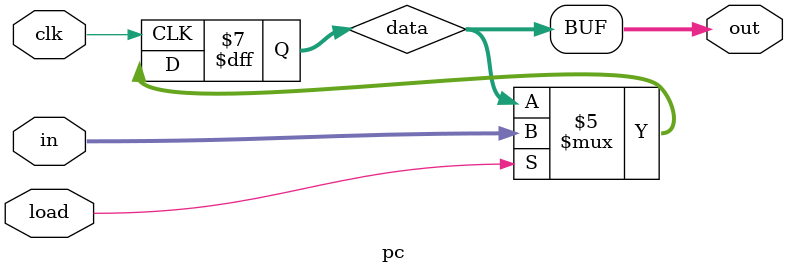
<source format=sv>
module pc #(parameter width = 32)
(
    input clk,
    input load,
    input [width-1:0] in,
    output logic [width-1:0] out
);

/*
* PC needs to start at 0x60
 */
logic [width-1:0] data = 32'h00000060;

always_ff @(posedge clk)
begin
    if (load)
    begin
        data = in;
    end
end

always_comb
begin
    out = data;
end

endmodule : pc
</source>
